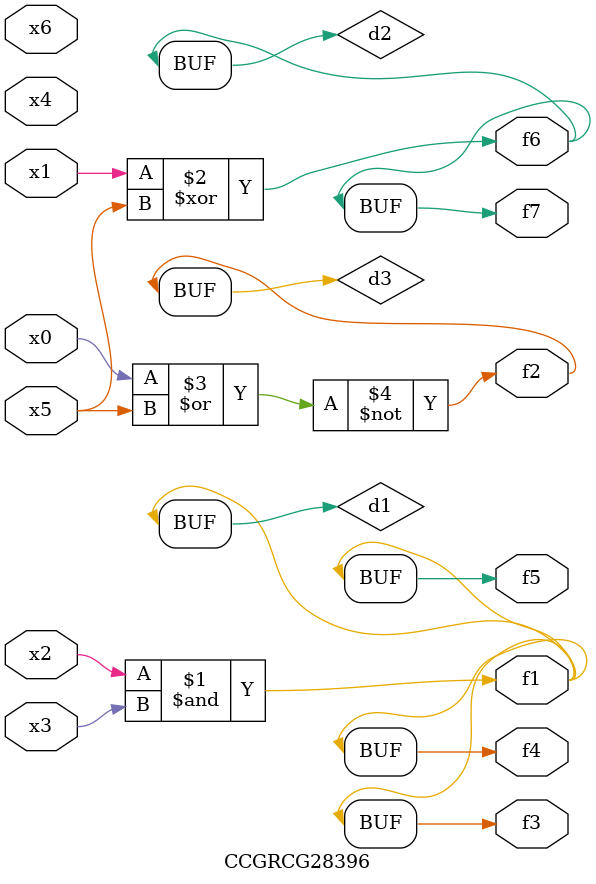
<source format=v>
module CCGRCG28396(
	input x0, x1, x2, x3, x4, x5, x6,
	output f1, f2, f3, f4, f5, f6, f7
);

	wire d1, d2, d3;

	and (d1, x2, x3);
	xor (d2, x1, x5);
	nor (d3, x0, x5);
	assign f1 = d1;
	assign f2 = d3;
	assign f3 = d1;
	assign f4 = d1;
	assign f5 = d1;
	assign f6 = d2;
	assign f7 = d2;
endmodule

</source>
